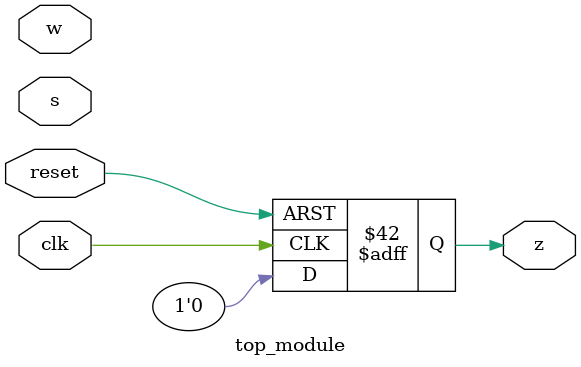
<source format=sv>
module top_module (
    input clk,
    input reset,
    input s,
    input w,
    output reg z
);

reg [3:0] state;
parameter A = 4'b0000, B = 4'b0001, C = 4'b0010, S10 = 4'b0011, S11 = 4'b0100, S20 = 4'b0101, S21 = 4'b0110, S22 = 4'b0111;

always @(posedge clk or posedge reset) begin
    if (reset) begin
        state <= A;
        z <= 1'b0;
    end
    else begin
        case (state)
            A: begin
                if (s) begin
                    state <= B;
                end
                else begin
                    state <= state;
                end
                z <= 1'b0;
            end
            B: begin
                if (w) begin
                    state <= S11;
                end
                else begin
                    state <= S10;
                end
                z <= 1'b0;
            end
            C: begin
                if (w) begin
                    state <= S11;
                end
                else begin
                    state <= S10;
                end
                z <= 1'b0;
            end
            S10: begin
                if (w) begin
                    state <= S21;
                end
                else begin
                    state <= S20;
                end
                z <= 1'b0;
            end
            S11: begin
                if (w) begin
                    state <= S22;
                end
                else begin
                    state <= S21;
                end
                z <= 1'b0;
            end
            S20: begin
                state <= B;
                z <= 1'b0;
            end
            S21: begin
                if (w) begin
                    state <= C;
                end
                else begin
                    state <= B;
                end
                z <= 1'b0;
            end
            S22: begin
                if (w) begin
                    state <= B;
                end
                else begin
                    state <= C;
                end
                z <= 1'b0;
            end
            default: begin
                state <= A;
                z <= 1'b0;
            end
        endcase
    end
end

endmodule

</source>
